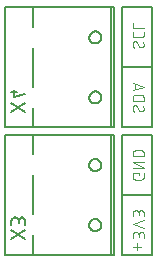
<source format=gbr>
G04 EAGLE Gerber RS-274X export*
G75*
%MOMM*%
%FSLAX34Y34*%
%LPD*%
%INSilkscreen Bottom*%
%IPPOS*%
%AMOC8*
5,1,8,0,0,1.08239X$1,22.5*%
G01*
%ADD10C,0.152400*%
%ADD11C,0.076200*%
%ADD12C,0.127000*%


D10*
X120650Y254000D02*
X146050Y254000D01*
X146050Y203200D01*
X146050Y152400D01*
X120650Y152400D01*
X120650Y203200D01*
X120650Y254000D01*
X120650Y146050D02*
X146050Y146050D01*
X146050Y95250D01*
X146050Y44450D01*
X120650Y44450D01*
X120650Y95250D01*
X120650Y146050D01*
X120650Y95250D02*
X146050Y95250D01*
X146050Y203200D02*
X120650Y203200D01*
D11*
X129921Y223093D02*
X129923Y223182D01*
X129929Y223270D01*
X129938Y223358D01*
X129951Y223446D01*
X129968Y223533D01*
X129988Y223619D01*
X130013Y223704D01*
X130040Y223789D01*
X130072Y223872D01*
X130106Y223953D01*
X130145Y224033D01*
X130186Y224111D01*
X130231Y224188D01*
X130279Y224262D01*
X130330Y224335D01*
X130384Y224405D01*
X130442Y224472D01*
X130502Y224538D01*
X130564Y224600D01*
X130630Y224660D01*
X130697Y224718D01*
X130767Y224772D01*
X130840Y224823D01*
X130914Y224871D01*
X130991Y224916D01*
X131069Y224957D01*
X131149Y224996D01*
X131230Y225030D01*
X131313Y225062D01*
X131398Y225089D01*
X131483Y225114D01*
X131569Y225134D01*
X131656Y225151D01*
X131744Y225164D01*
X131832Y225173D01*
X131920Y225179D01*
X132009Y225181D01*
X129921Y223093D02*
X129923Y222964D01*
X129929Y222835D01*
X129938Y222706D01*
X129951Y222578D01*
X129968Y222450D01*
X129989Y222323D01*
X130013Y222196D01*
X130041Y222070D01*
X130073Y221945D01*
X130108Y221821D01*
X130147Y221698D01*
X130190Y221576D01*
X130236Y221456D01*
X130286Y221337D01*
X130339Y221219D01*
X130395Y221103D01*
X130455Y220989D01*
X130518Y220876D01*
X130585Y220766D01*
X130654Y220657D01*
X130727Y220551D01*
X130803Y220446D01*
X130882Y220344D01*
X130964Y220245D01*
X131048Y220147D01*
X131136Y220052D01*
X131226Y219960D01*
X137231Y220222D02*
X137320Y220224D01*
X137408Y220230D01*
X137496Y220239D01*
X137584Y220252D01*
X137671Y220269D01*
X137757Y220289D01*
X137842Y220314D01*
X137927Y220341D01*
X138010Y220373D01*
X138091Y220407D01*
X138171Y220446D01*
X138249Y220487D01*
X138326Y220532D01*
X138400Y220580D01*
X138473Y220631D01*
X138543Y220685D01*
X138610Y220743D01*
X138676Y220803D01*
X138738Y220865D01*
X138798Y220931D01*
X138856Y220998D01*
X138910Y221068D01*
X138961Y221141D01*
X139009Y221215D01*
X139054Y221292D01*
X139095Y221370D01*
X139134Y221450D01*
X139168Y221531D01*
X139200Y221614D01*
X139227Y221699D01*
X139252Y221784D01*
X139272Y221870D01*
X139289Y221957D01*
X139302Y222045D01*
X139311Y222133D01*
X139317Y222221D01*
X139319Y222310D01*
X139317Y222430D01*
X139312Y222550D01*
X139302Y222670D01*
X139290Y222789D01*
X139273Y222908D01*
X139253Y223026D01*
X139229Y223144D01*
X139202Y223260D01*
X139171Y223376D01*
X139137Y223491D01*
X139099Y223605D01*
X139057Y223718D01*
X139012Y223829D01*
X138964Y223939D01*
X138913Y224047D01*
X138858Y224154D01*
X138800Y224259D01*
X138738Y224362D01*
X138674Y224463D01*
X138606Y224563D01*
X138536Y224660D01*
X135404Y221266D02*
X135452Y221188D01*
X135504Y221112D01*
X135558Y221039D01*
X135616Y220968D01*
X135677Y220899D01*
X135741Y220833D01*
X135808Y220770D01*
X135877Y220710D01*
X135949Y220653D01*
X136023Y220599D01*
X136100Y220549D01*
X136179Y220501D01*
X136259Y220458D01*
X136342Y220417D01*
X136426Y220381D01*
X136511Y220348D01*
X136598Y220319D01*
X136687Y220293D01*
X136776Y220271D01*
X136866Y220254D01*
X136956Y220240D01*
X137048Y220230D01*
X137139Y220224D01*
X137231Y220222D01*
X133836Y224138D02*
X133788Y224216D01*
X133736Y224292D01*
X133682Y224365D01*
X133624Y224436D01*
X133563Y224505D01*
X133499Y224571D01*
X133432Y224634D01*
X133363Y224694D01*
X133291Y224751D01*
X133217Y224805D01*
X133140Y224855D01*
X133061Y224903D01*
X132981Y224946D01*
X132898Y224987D01*
X132814Y225023D01*
X132729Y225056D01*
X132642Y225085D01*
X132553Y225111D01*
X132464Y225133D01*
X132374Y225150D01*
X132284Y225164D01*
X132192Y225174D01*
X132101Y225180D01*
X132009Y225182D01*
X133837Y224138D02*
X135403Y221266D01*
X129921Y230863D02*
X129921Y232951D01*
X129921Y230863D02*
X129923Y230774D01*
X129929Y230686D01*
X129938Y230598D01*
X129951Y230510D01*
X129968Y230423D01*
X129988Y230337D01*
X130013Y230252D01*
X130040Y230167D01*
X130072Y230084D01*
X130106Y230003D01*
X130145Y229923D01*
X130186Y229845D01*
X130231Y229768D01*
X130279Y229694D01*
X130330Y229621D01*
X130384Y229551D01*
X130442Y229484D01*
X130502Y229418D01*
X130564Y229356D01*
X130630Y229296D01*
X130697Y229238D01*
X130767Y229184D01*
X130840Y229133D01*
X130914Y229085D01*
X130991Y229040D01*
X131069Y228999D01*
X131149Y228960D01*
X131230Y228926D01*
X131313Y228894D01*
X131398Y228867D01*
X131483Y228842D01*
X131569Y228822D01*
X131656Y228805D01*
X131744Y228792D01*
X131832Y228783D01*
X131920Y228777D01*
X132009Y228775D01*
X132009Y228774D02*
X137231Y228774D01*
X137231Y228775D02*
X137322Y228777D01*
X137413Y228783D01*
X137504Y228793D01*
X137594Y228807D01*
X137683Y228824D01*
X137771Y228846D01*
X137859Y228872D01*
X137945Y228901D01*
X138030Y228934D01*
X138113Y228971D01*
X138195Y229011D01*
X138275Y229055D01*
X138353Y229102D01*
X138429Y229153D01*
X138502Y229206D01*
X138573Y229263D01*
X138642Y229324D01*
X138707Y229387D01*
X138770Y229452D01*
X138830Y229521D01*
X138888Y229592D01*
X138941Y229665D01*
X138992Y229741D01*
X139039Y229819D01*
X139083Y229899D01*
X139123Y229981D01*
X139160Y230064D01*
X139193Y230149D01*
X139222Y230235D01*
X139248Y230323D01*
X139270Y230411D01*
X139287Y230500D01*
X139301Y230590D01*
X139311Y230681D01*
X139317Y230772D01*
X139319Y230863D01*
X139319Y232951D01*
X139319Y236742D02*
X129921Y236742D01*
X129921Y240919D01*
X132009Y171004D02*
X131920Y171002D01*
X131832Y170996D01*
X131744Y170987D01*
X131656Y170974D01*
X131569Y170957D01*
X131483Y170937D01*
X131398Y170912D01*
X131313Y170885D01*
X131230Y170853D01*
X131149Y170819D01*
X131069Y170780D01*
X130991Y170739D01*
X130914Y170694D01*
X130840Y170646D01*
X130767Y170595D01*
X130697Y170541D01*
X130630Y170483D01*
X130564Y170423D01*
X130502Y170361D01*
X130442Y170295D01*
X130384Y170228D01*
X130330Y170158D01*
X130279Y170085D01*
X130231Y170011D01*
X130186Y169934D01*
X130145Y169856D01*
X130106Y169776D01*
X130072Y169695D01*
X130040Y169612D01*
X130013Y169527D01*
X129988Y169442D01*
X129968Y169356D01*
X129951Y169269D01*
X129938Y169181D01*
X129929Y169093D01*
X129923Y169005D01*
X129921Y168916D01*
X129923Y168787D01*
X129929Y168658D01*
X129938Y168529D01*
X129951Y168401D01*
X129968Y168273D01*
X129989Y168146D01*
X130013Y168019D01*
X130041Y167893D01*
X130073Y167768D01*
X130108Y167644D01*
X130147Y167521D01*
X130190Y167399D01*
X130236Y167279D01*
X130286Y167160D01*
X130339Y167042D01*
X130395Y166926D01*
X130455Y166812D01*
X130518Y166699D01*
X130585Y166589D01*
X130654Y166480D01*
X130727Y166374D01*
X130803Y166269D01*
X130882Y166167D01*
X130964Y166068D01*
X131048Y165970D01*
X131136Y165875D01*
X131226Y165783D01*
X137231Y166045D02*
X137320Y166047D01*
X137408Y166053D01*
X137496Y166062D01*
X137584Y166075D01*
X137671Y166092D01*
X137757Y166112D01*
X137842Y166137D01*
X137927Y166164D01*
X138010Y166196D01*
X138091Y166230D01*
X138171Y166269D01*
X138249Y166310D01*
X138326Y166355D01*
X138400Y166403D01*
X138473Y166454D01*
X138543Y166508D01*
X138610Y166566D01*
X138676Y166626D01*
X138738Y166688D01*
X138798Y166754D01*
X138856Y166821D01*
X138910Y166891D01*
X138961Y166964D01*
X139009Y167038D01*
X139054Y167115D01*
X139095Y167193D01*
X139134Y167273D01*
X139168Y167354D01*
X139200Y167437D01*
X139227Y167522D01*
X139252Y167607D01*
X139272Y167693D01*
X139289Y167780D01*
X139302Y167868D01*
X139311Y167956D01*
X139317Y168044D01*
X139319Y168133D01*
X139317Y168253D01*
X139312Y168373D01*
X139302Y168493D01*
X139290Y168612D01*
X139273Y168731D01*
X139253Y168849D01*
X139229Y168967D01*
X139202Y169083D01*
X139171Y169199D01*
X139137Y169314D01*
X139099Y169428D01*
X139057Y169541D01*
X139012Y169652D01*
X138964Y169762D01*
X138913Y169870D01*
X138858Y169977D01*
X138800Y170082D01*
X138738Y170185D01*
X138674Y170286D01*
X138606Y170386D01*
X138536Y170483D01*
X135404Y167088D02*
X135452Y167010D01*
X135504Y166934D01*
X135558Y166861D01*
X135616Y166790D01*
X135677Y166721D01*
X135741Y166655D01*
X135808Y166592D01*
X135877Y166532D01*
X135949Y166475D01*
X136023Y166421D01*
X136100Y166371D01*
X136179Y166323D01*
X136259Y166280D01*
X136342Y166239D01*
X136426Y166203D01*
X136511Y166170D01*
X136598Y166141D01*
X136687Y166115D01*
X136776Y166093D01*
X136866Y166076D01*
X136956Y166062D01*
X137048Y166052D01*
X137139Y166046D01*
X137231Y166044D01*
X133836Y169960D02*
X133788Y170038D01*
X133736Y170114D01*
X133682Y170187D01*
X133624Y170258D01*
X133563Y170327D01*
X133499Y170393D01*
X133432Y170456D01*
X133363Y170516D01*
X133291Y170573D01*
X133217Y170627D01*
X133140Y170677D01*
X133061Y170725D01*
X132981Y170768D01*
X132898Y170809D01*
X132814Y170845D01*
X132729Y170878D01*
X132642Y170907D01*
X132553Y170933D01*
X132464Y170955D01*
X132374Y170972D01*
X132284Y170986D01*
X132192Y170996D01*
X132101Y171002D01*
X132009Y171004D01*
X133837Y169960D02*
X135403Y167088D01*
X139319Y174927D02*
X129921Y174927D01*
X139319Y174927D02*
X139319Y177538D01*
X139317Y177638D01*
X139311Y177738D01*
X139302Y177837D01*
X139288Y177937D01*
X139271Y178035D01*
X139250Y178133D01*
X139226Y178230D01*
X139197Y178326D01*
X139165Y178421D01*
X139130Y178514D01*
X139091Y178606D01*
X139048Y178697D01*
X139002Y178785D01*
X138952Y178872D01*
X138900Y178957D01*
X138844Y179040D01*
X138785Y179121D01*
X138722Y179199D01*
X138657Y179275D01*
X138589Y179349D01*
X138519Y179419D01*
X138445Y179487D01*
X138369Y179552D01*
X138291Y179615D01*
X138210Y179674D01*
X138127Y179730D01*
X138042Y179782D01*
X137955Y179832D01*
X137867Y179878D01*
X137776Y179921D01*
X137684Y179960D01*
X137591Y179995D01*
X137496Y180027D01*
X137400Y180056D01*
X137303Y180080D01*
X137205Y180101D01*
X137107Y180118D01*
X137007Y180132D01*
X136908Y180141D01*
X136808Y180147D01*
X136708Y180149D01*
X136708Y180148D02*
X132532Y180148D01*
X132532Y180149D02*
X132432Y180147D01*
X132332Y180141D01*
X132233Y180132D01*
X132133Y180118D01*
X132035Y180101D01*
X131937Y180080D01*
X131840Y180056D01*
X131744Y180027D01*
X131649Y179995D01*
X131556Y179960D01*
X131464Y179921D01*
X131373Y179878D01*
X131285Y179832D01*
X131198Y179782D01*
X131113Y179730D01*
X131030Y179674D01*
X130949Y179615D01*
X130871Y179552D01*
X130795Y179487D01*
X130721Y179419D01*
X130651Y179349D01*
X130583Y179275D01*
X130518Y179199D01*
X130455Y179121D01*
X130396Y179040D01*
X130340Y178957D01*
X130288Y178872D01*
X130238Y178785D01*
X130192Y178697D01*
X130149Y178606D01*
X130110Y178514D01*
X130075Y178421D01*
X130043Y178326D01*
X130014Y178230D01*
X129990Y178133D01*
X129969Y178035D01*
X129952Y177937D01*
X129938Y177837D01*
X129929Y177738D01*
X129923Y177638D01*
X129921Y177538D01*
X129921Y174927D01*
X129921Y183854D02*
X139319Y186986D01*
X129921Y190119D01*
X132271Y189336D02*
X132271Y184637D01*
X135142Y113462D02*
X135142Y111895D01*
X135142Y113462D02*
X129921Y113462D01*
X129921Y110329D01*
X129923Y110240D01*
X129929Y110152D01*
X129938Y110064D01*
X129951Y109976D01*
X129968Y109889D01*
X129988Y109803D01*
X130013Y109718D01*
X130040Y109633D01*
X130072Y109550D01*
X130106Y109469D01*
X130145Y109389D01*
X130186Y109311D01*
X130231Y109234D01*
X130279Y109160D01*
X130330Y109087D01*
X130384Y109017D01*
X130442Y108950D01*
X130502Y108884D01*
X130564Y108822D01*
X130630Y108762D01*
X130697Y108704D01*
X130767Y108650D01*
X130840Y108599D01*
X130914Y108551D01*
X130991Y108506D01*
X131069Y108465D01*
X131149Y108426D01*
X131230Y108392D01*
X131313Y108360D01*
X131398Y108333D01*
X131483Y108308D01*
X131569Y108288D01*
X131656Y108271D01*
X131744Y108258D01*
X131832Y108249D01*
X131920Y108243D01*
X132009Y108241D01*
X137231Y108241D01*
X137322Y108243D01*
X137413Y108249D01*
X137504Y108259D01*
X137594Y108273D01*
X137683Y108290D01*
X137771Y108312D01*
X137859Y108338D01*
X137945Y108367D01*
X138030Y108400D01*
X138113Y108437D01*
X138195Y108477D01*
X138275Y108521D01*
X138353Y108568D01*
X138429Y108619D01*
X138502Y108672D01*
X138573Y108729D01*
X138642Y108790D01*
X138707Y108853D01*
X138770Y108918D01*
X138830Y108987D01*
X138888Y109058D01*
X138941Y109131D01*
X138992Y109207D01*
X139039Y109285D01*
X139083Y109365D01*
X139123Y109447D01*
X139160Y109530D01*
X139193Y109615D01*
X139222Y109701D01*
X139248Y109789D01*
X139270Y109877D01*
X139287Y109966D01*
X139301Y110056D01*
X139311Y110147D01*
X139317Y110238D01*
X139319Y110329D01*
X139319Y113462D01*
X139319Y117994D02*
X129921Y117994D01*
X129921Y123215D02*
X139319Y117994D01*
X139319Y123215D02*
X129921Y123215D01*
X129921Y127748D02*
X139319Y127748D01*
X139319Y130358D01*
X139317Y130458D01*
X139311Y130558D01*
X139302Y130657D01*
X139288Y130757D01*
X139271Y130855D01*
X139250Y130953D01*
X139226Y131050D01*
X139197Y131146D01*
X139165Y131241D01*
X139130Y131334D01*
X139091Y131426D01*
X139048Y131517D01*
X139002Y131605D01*
X138952Y131692D01*
X138900Y131777D01*
X138844Y131860D01*
X138785Y131941D01*
X138722Y132019D01*
X138657Y132095D01*
X138589Y132169D01*
X138519Y132239D01*
X138445Y132307D01*
X138369Y132372D01*
X138291Y132435D01*
X138210Y132494D01*
X138127Y132550D01*
X138042Y132602D01*
X137955Y132652D01*
X137867Y132698D01*
X137776Y132741D01*
X137684Y132780D01*
X137591Y132815D01*
X137496Y132847D01*
X137400Y132876D01*
X137303Y132900D01*
X137205Y132921D01*
X137107Y132938D01*
X137007Y132952D01*
X136908Y132961D01*
X136808Y132967D01*
X136708Y132969D01*
X132532Y132969D01*
X132432Y132967D01*
X132332Y132961D01*
X132233Y132952D01*
X132133Y132938D01*
X132035Y132921D01*
X131937Y132900D01*
X131840Y132876D01*
X131744Y132847D01*
X131649Y132815D01*
X131556Y132780D01*
X131464Y132741D01*
X131373Y132698D01*
X131285Y132652D01*
X131198Y132602D01*
X131113Y132550D01*
X131030Y132494D01*
X130949Y132435D01*
X130871Y132372D01*
X130795Y132307D01*
X130721Y132239D01*
X130651Y132169D01*
X130583Y132095D01*
X130518Y132019D01*
X130455Y131941D01*
X130396Y131860D01*
X130340Y131777D01*
X130288Y131692D01*
X130238Y131605D01*
X130192Y131517D01*
X130149Y131426D01*
X130110Y131334D01*
X130075Y131241D01*
X130043Y131146D01*
X130014Y131050D01*
X129990Y130953D01*
X129969Y130855D01*
X129952Y130757D01*
X129938Y130657D01*
X129929Y130558D01*
X129923Y130458D01*
X129921Y130358D01*
X129921Y127748D01*
X133576Y54650D02*
X133576Y48384D01*
X130443Y51517D02*
X136708Y51517D01*
X129921Y58660D02*
X129921Y61271D01*
X129923Y61372D01*
X129929Y61473D01*
X129939Y61574D01*
X129952Y61674D01*
X129970Y61774D01*
X129991Y61873D01*
X130017Y61971D01*
X130046Y62068D01*
X130078Y62164D01*
X130115Y62258D01*
X130155Y62351D01*
X130199Y62443D01*
X130246Y62532D01*
X130297Y62620D01*
X130351Y62706D01*
X130408Y62789D01*
X130468Y62871D01*
X130532Y62949D01*
X130598Y63026D01*
X130668Y63099D01*
X130740Y63170D01*
X130815Y63238D01*
X130893Y63303D01*
X130973Y63365D01*
X131055Y63424D01*
X131140Y63480D01*
X131227Y63532D01*
X131315Y63581D01*
X131406Y63627D01*
X131498Y63668D01*
X131592Y63707D01*
X131687Y63741D01*
X131783Y63772D01*
X131881Y63799D01*
X131979Y63823D01*
X132079Y63842D01*
X132179Y63858D01*
X132279Y63870D01*
X132380Y63878D01*
X132481Y63882D01*
X132583Y63882D01*
X132684Y63878D01*
X132785Y63870D01*
X132885Y63858D01*
X132985Y63842D01*
X133085Y63823D01*
X133183Y63799D01*
X133281Y63772D01*
X133377Y63741D01*
X133472Y63707D01*
X133566Y63668D01*
X133658Y63627D01*
X133749Y63581D01*
X133838Y63532D01*
X133924Y63480D01*
X134009Y63424D01*
X134091Y63365D01*
X134171Y63303D01*
X134249Y63238D01*
X134324Y63170D01*
X134396Y63099D01*
X134466Y63026D01*
X134532Y62949D01*
X134596Y62871D01*
X134656Y62789D01*
X134713Y62706D01*
X134767Y62620D01*
X134818Y62532D01*
X134865Y62443D01*
X134909Y62351D01*
X134949Y62258D01*
X134986Y62164D01*
X135018Y62068D01*
X135047Y61971D01*
X135073Y61873D01*
X135094Y61774D01*
X135112Y61674D01*
X135125Y61574D01*
X135135Y61473D01*
X135141Y61372D01*
X135143Y61271D01*
X139319Y61793D02*
X139319Y58660D01*
X139319Y61793D02*
X139317Y61883D01*
X139311Y61972D01*
X139302Y62062D01*
X139288Y62151D01*
X139271Y62239D01*
X139250Y62326D01*
X139225Y62413D01*
X139196Y62498D01*
X139164Y62582D01*
X139129Y62664D01*
X139089Y62745D01*
X139047Y62824D01*
X139001Y62901D01*
X138951Y62976D01*
X138899Y63049D01*
X138843Y63120D01*
X138785Y63188D01*
X138723Y63253D01*
X138659Y63316D01*
X138592Y63376D01*
X138523Y63433D01*
X138451Y63487D01*
X138377Y63538D01*
X138301Y63586D01*
X138223Y63630D01*
X138143Y63671D01*
X138061Y63709D01*
X137978Y63743D01*
X137893Y63773D01*
X137807Y63800D01*
X137721Y63823D01*
X137633Y63842D01*
X137544Y63857D01*
X137455Y63869D01*
X137366Y63877D01*
X137276Y63881D01*
X137186Y63881D01*
X137096Y63877D01*
X137007Y63869D01*
X136918Y63857D01*
X136829Y63842D01*
X136741Y63823D01*
X136655Y63800D01*
X136569Y63773D01*
X136484Y63743D01*
X136401Y63709D01*
X136319Y63671D01*
X136239Y63630D01*
X136161Y63586D01*
X136085Y63538D01*
X136011Y63487D01*
X135939Y63433D01*
X135870Y63376D01*
X135803Y63316D01*
X135739Y63253D01*
X135677Y63188D01*
X135619Y63120D01*
X135563Y63049D01*
X135511Y62976D01*
X135461Y62901D01*
X135415Y62824D01*
X135373Y62745D01*
X135333Y62664D01*
X135298Y62582D01*
X135266Y62498D01*
X135237Y62413D01*
X135212Y62326D01*
X135191Y62239D01*
X135174Y62151D01*
X135160Y62062D01*
X135151Y61972D01*
X135145Y61883D01*
X135143Y61793D01*
X135142Y61793D02*
X135142Y59704D01*
X139319Y67282D02*
X129921Y70415D01*
X139319Y73547D01*
X129921Y76948D02*
X129921Y79558D01*
X129923Y79659D01*
X129929Y79760D01*
X129939Y79861D01*
X129952Y79961D01*
X129970Y80061D01*
X129991Y80160D01*
X130017Y80258D01*
X130046Y80355D01*
X130078Y80451D01*
X130115Y80545D01*
X130155Y80638D01*
X130199Y80730D01*
X130246Y80819D01*
X130297Y80907D01*
X130351Y80993D01*
X130408Y81076D01*
X130468Y81158D01*
X130532Y81236D01*
X130598Y81313D01*
X130668Y81386D01*
X130740Y81457D01*
X130815Y81525D01*
X130893Y81590D01*
X130973Y81652D01*
X131055Y81711D01*
X131140Y81767D01*
X131227Y81819D01*
X131315Y81868D01*
X131406Y81914D01*
X131498Y81955D01*
X131592Y81994D01*
X131687Y82028D01*
X131783Y82059D01*
X131881Y82086D01*
X131979Y82110D01*
X132079Y82129D01*
X132179Y82145D01*
X132279Y82157D01*
X132380Y82165D01*
X132481Y82169D01*
X132583Y82169D01*
X132684Y82165D01*
X132785Y82157D01*
X132885Y82145D01*
X132985Y82129D01*
X133085Y82110D01*
X133183Y82086D01*
X133281Y82059D01*
X133377Y82028D01*
X133472Y81994D01*
X133566Y81955D01*
X133658Y81914D01*
X133749Y81868D01*
X133838Y81819D01*
X133924Y81767D01*
X134009Y81711D01*
X134091Y81652D01*
X134171Y81590D01*
X134249Y81525D01*
X134324Y81457D01*
X134396Y81386D01*
X134466Y81313D01*
X134532Y81236D01*
X134596Y81158D01*
X134656Y81076D01*
X134713Y80993D01*
X134767Y80907D01*
X134818Y80819D01*
X134865Y80730D01*
X134909Y80638D01*
X134949Y80545D01*
X134986Y80451D01*
X135018Y80355D01*
X135047Y80258D01*
X135073Y80160D01*
X135094Y80061D01*
X135112Y79961D01*
X135125Y79861D01*
X135135Y79760D01*
X135141Y79659D01*
X135143Y79558D01*
X139319Y80081D02*
X139319Y76948D01*
X139319Y80081D02*
X139317Y80171D01*
X139311Y80260D01*
X139302Y80350D01*
X139288Y80439D01*
X139271Y80527D01*
X139250Y80614D01*
X139225Y80701D01*
X139196Y80786D01*
X139164Y80870D01*
X139129Y80952D01*
X139089Y81033D01*
X139047Y81112D01*
X139001Y81189D01*
X138951Y81264D01*
X138899Y81337D01*
X138843Y81408D01*
X138785Y81476D01*
X138723Y81541D01*
X138659Y81604D01*
X138592Y81664D01*
X138523Y81721D01*
X138451Y81775D01*
X138377Y81826D01*
X138301Y81874D01*
X138223Y81918D01*
X138143Y81959D01*
X138061Y81997D01*
X137978Y82031D01*
X137893Y82061D01*
X137807Y82088D01*
X137721Y82111D01*
X137633Y82130D01*
X137544Y82145D01*
X137455Y82157D01*
X137366Y82165D01*
X137276Y82169D01*
X137186Y82169D01*
X137096Y82165D01*
X137007Y82157D01*
X136918Y82145D01*
X136829Y82130D01*
X136741Y82111D01*
X136655Y82088D01*
X136569Y82061D01*
X136484Y82031D01*
X136401Y81997D01*
X136319Y81959D01*
X136239Y81918D01*
X136161Y81874D01*
X136085Y81826D01*
X136011Y81775D01*
X135939Y81721D01*
X135870Y81664D01*
X135803Y81604D01*
X135739Y81541D01*
X135677Y81476D01*
X135619Y81408D01*
X135563Y81337D01*
X135511Y81264D01*
X135461Y81189D01*
X135415Y81112D01*
X135373Y81033D01*
X135333Y80952D01*
X135298Y80870D01*
X135266Y80786D01*
X135237Y80701D01*
X135212Y80614D01*
X135191Y80527D01*
X135174Y80439D01*
X135160Y80350D01*
X135151Y80260D01*
X135145Y80171D01*
X135143Y80081D01*
X135142Y80081D02*
X135142Y77992D01*
D10*
X111760Y44450D02*
X111760Y146050D01*
X45720Y146050D02*
X21590Y146050D01*
X21590Y44450D01*
X45720Y44450D02*
X111760Y44450D01*
X45720Y44450D02*
X45720Y60960D01*
X45720Y78740D02*
X45720Y111760D01*
X45720Y129540D02*
X45720Y146050D01*
X45720Y44450D02*
X21590Y44450D01*
X45720Y146050D02*
X111760Y146050D01*
X111760Y44450D02*
X114300Y44450D01*
X114300Y146050D01*
X111760Y146050D01*
X93218Y69850D02*
X93220Y69992D01*
X93226Y70135D01*
X93236Y70277D01*
X93250Y70419D01*
X93268Y70560D01*
X93290Y70701D01*
X93316Y70841D01*
X93345Y70980D01*
X93379Y71119D01*
X93417Y71256D01*
X93458Y71393D01*
X93503Y71528D01*
X93552Y71662D01*
X93605Y71794D01*
X93661Y71925D01*
X93721Y72054D01*
X93785Y72182D01*
X93852Y72307D01*
X93923Y72431D01*
X93997Y72553D01*
X94074Y72672D01*
X94155Y72790D01*
X94239Y72905D01*
X94326Y73017D01*
X94417Y73127D01*
X94510Y73235D01*
X94607Y73340D01*
X94706Y73442D01*
X94808Y73541D01*
X94913Y73638D01*
X95021Y73731D01*
X95131Y73822D01*
X95243Y73909D01*
X95358Y73993D01*
X95476Y74074D01*
X95595Y74151D01*
X95717Y74225D01*
X95841Y74296D01*
X95966Y74363D01*
X96094Y74427D01*
X96223Y74487D01*
X96354Y74543D01*
X96486Y74596D01*
X96620Y74645D01*
X96755Y74690D01*
X96892Y74731D01*
X97029Y74769D01*
X97168Y74803D01*
X97307Y74832D01*
X97447Y74858D01*
X97588Y74880D01*
X97729Y74898D01*
X97871Y74912D01*
X98013Y74922D01*
X98156Y74928D01*
X98298Y74930D01*
X98440Y74928D01*
X98583Y74922D01*
X98725Y74912D01*
X98867Y74898D01*
X99008Y74880D01*
X99149Y74858D01*
X99289Y74832D01*
X99428Y74803D01*
X99567Y74769D01*
X99704Y74731D01*
X99841Y74690D01*
X99976Y74645D01*
X100110Y74596D01*
X100242Y74543D01*
X100373Y74487D01*
X100502Y74427D01*
X100630Y74363D01*
X100755Y74296D01*
X100879Y74225D01*
X101001Y74151D01*
X101120Y74074D01*
X101238Y73993D01*
X101353Y73909D01*
X101465Y73822D01*
X101575Y73731D01*
X101683Y73638D01*
X101788Y73541D01*
X101890Y73442D01*
X101989Y73340D01*
X102086Y73235D01*
X102179Y73127D01*
X102270Y73017D01*
X102357Y72905D01*
X102441Y72790D01*
X102522Y72672D01*
X102599Y72553D01*
X102673Y72431D01*
X102744Y72307D01*
X102811Y72182D01*
X102875Y72054D01*
X102935Y71925D01*
X102991Y71794D01*
X103044Y71662D01*
X103093Y71528D01*
X103138Y71393D01*
X103179Y71256D01*
X103217Y71119D01*
X103251Y70980D01*
X103280Y70841D01*
X103306Y70701D01*
X103328Y70560D01*
X103346Y70419D01*
X103360Y70277D01*
X103370Y70135D01*
X103376Y69992D01*
X103378Y69850D01*
X103376Y69708D01*
X103370Y69565D01*
X103360Y69423D01*
X103346Y69281D01*
X103328Y69140D01*
X103306Y68999D01*
X103280Y68859D01*
X103251Y68720D01*
X103217Y68581D01*
X103179Y68444D01*
X103138Y68307D01*
X103093Y68172D01*
X103044Y68038D01*
X102991Y67906D01*
X102935Y67775D01*
X102875Y67646D01*
X102811Y67518D01*
X102744Y67393D01*
X102673Y67269D01*
X102599Y67147D01*
X102522Y67028D01*
X102441Y66910D01*
X102357Y66795D01*
X102270Y66683D01*
X102179Y66573D01*
X102086Y66465D01*
X101989Y66360D01*
X101890Y66258D01*
X101788Y66159D01*
X101683Y66062D01*
X101575Y65969D01*
X101465Y65878D01*
X101353Y65791D01*
X101238Y65707D01*
X101120Y65626D01*
X101001Y65549D01*
X100879Y65475D01*
X100755Y65404D01*
X100630Y65337D01*
X100502Y65273D01*
X100373Y65213D01*
X100242Y65157D01*
X100110Y65104D01*
X99976Y65055D01*
X99841Y65010D01*
X99704Y64969D01*
X99567Y64931D01*
X99428Y64897D01*
X99289Y64868D01*
X99149Y64842D01*
X99008Y64820D01*
X98867Y64802D01*
X98725Y64788D01*
X98583Y64778D01*
X98440Y64772D01*
X98298Y64770D01*
X98156Y64772D01*
X98013Y64778D01*
X97871Y64788D01*
X97729Y64802D01*
X97588Y64820D01*
X97447Y64842D01*
X97307Y64868D01*
X97168Y64897D01*
X97029Y64931D01*
X96892Y64969D01*
X96755Y65010D01*
X96620Y65055D01*
X96486Y65104D01*
X96354Y65157D01*
X96223Y65213D01*
X96094Y65273D01*
X95966Y65337D01*
X95841Y65404D01*
X95717Y65475D01*
X95595Y65549D01*
X95476Y65626D01*
X95358Y65707D01*
X95243Y65791D01*
X95131Y65878D01*
X95021Y65969D01*
X94913Y66062D01*
X94808Y66159D01*
X94706Y66258D01*
X94607Y66360D01*
X94510Y66465D01*
X94417Y66573D01*
X94326Y66683D01*
X94239Y66795D01*
X94155Y66910D01*
X94074Y67028D01*
X93997Y67147D01*
X93923Y67269D01*
X93852Y67393D01*
X93785Y67518D01*
X93721Y67646D01*
X93661Y67775D01*
X93605Y67906D01*
X93552Y68038D01*
X93503Y68172D01*
X93458Y68307D01*
X93417Y68444D01*
X93379Y68581D01*
X93345Y68720D01*
X93316Y68859D01*
X93290Y68999D01*
X93268Y69140D01*
X93250Y69281D01*
X93236Y69423D01*
X93226Y69565D01*
X93220Y69708D01*
X93218Y69850D01*
X93218Y120650D02*
X93220Y120792D01*
X93226Y120935D01*
X93236Y121077D01*
X93250Y121219D01*
X93268Y121360D01*
X93290Y121501D01*
X93316Y121641D01*
X93345Y121780D01*
X93379Y121919D01*
X93417Y122056D01*
X93458Y122193D01*
X93503Y122328D01*
X93552Y122462D01*
X93605Y122594D01*
X93661Y122725D01*
X93721Y122854D01*
X93785Y122982D01*
X93852Y123107D01*
X93923Y123231D01*
X93997Y123353D01*
X94074Y123472D01*
X94155Y123590D01*
X94239Y123705D01*
X94326Y123817D01*
X94417Y123927D01*
X94510Y124035D01*
X94607Y124140D01*
X94706Y124242D01*
X94808Y124341D01*
X94913Y124438D01*
X95021Y124531D01*
X95131Y124622D01*
X95243Y124709D01*
X95358Y124793D01*
X95476Y124874D01*
X95595Y124951D01*
X95717Y125025D01*
X95841Y125096D01*
X95966Y125163D01*
X96094Y125227D01*
X96223Y125287D01*
X96354Y125343D01*
X96486Y125396D01*
X96620Y125445D01*
X96755Y125490D01*
X96892Y125531D01*
X97029Y125569D01*
X97168Y125603D01*
X97307Y125632D01*
X97447Y125658D01*
X97588Y125680D01*
X97729Y125698D01*
X97871Y125712D01*
X98013Y125722D01*
X98156Y125728D01*
X98298Y125730D01*
X98440Y125728D01*
X98583Y125722D01*
X98725Y125712D01*
X98867Y125698D01*
X99008Y125680D01*
X99149Y125658D01*
X99289Y125632D01*
X99428Y125603D01*
X99567Y125569D01*
X99704Y125531D01*
X99841Y125490D01*
X99976Y125445D01*
X100110Y125396D01*
X100242Y125343D01*
X100373Y125287D01*
X100502Y125227D01*
X100630Y125163D01*
X100755Y125096D01*
X100879Y125025D01*
X101001Y124951D01*
X101120Y124874D01*
X101238Y124793D01*
X101353Y124709D01*
X101465Y124622D01*
X101575Y124531D01*
X101683Y124438D01*
X101788Y124341D01*
X101890Y124242D01*
X101989Y124140D01*
X102086Y124035D01*
X102179Y123927D01*
X102270Y123817D01*
X102357Y123705D01*
X102441Y123590D01*
X102522Y123472D01*
X102599Y123353D01*
X102673Y123231D01*
X102744Y123107D01*
X102811Y122982D01*
X102875Y122854D01*
X102935Y122725D01*
X102991Y122594D01*
X103044Y122462D01*
X103093Y122328D01*
X103138Y122193D01*
X103179Y122056D01*
X103217Y121919D01*
X103251Y121780D01*
X103280Y121641D01*
X103306Y121501D01*
X103328Y121360D01*
X103346Y121219D01*
X103360Y121077D01*
X103370Y120935D01*
X103376Y120792D01*
X103378Y120650D01*
X103376Y120508D01*
X103370Y120365D01*
X103360Y120223D01*
X103346Y120081D01*
X103328Y119940D01*
X103306Y119799D01*
X103280Y119659D01*
X103251Y119520D01*
X103217Y119381D01*
X103179Y119244D01*
X103138Y119107D01*
X103093Y118972D01*
X103044Y118838D01*
X102991Y118706D01*
X102935Y118575D01*
X102875Y118446D01*
X102811Y118318D01*
X102744Y118193D01*
X102673Y118069D01*
X102599Y117947D01*
X102522Y117828D01*
X102441Y117710D01*
X102357Y117595D01*
X102270Y117483D01*
X102179Y117373D01*
X102086Y117265D01*
X101989Y117160D01*
X101890Y117058D01*
X101788Y116959D01*
X101683Y116862D01*
X101575Y116769D01*
X101465Y116678D01*
X101353Y116591D01*
X101238Y116507D01*
X101120Y116426D01*
X101001Y116349D01*
X100879Y116275D01*
X100755Y116204D01*
X100630Y116137D01*
X100502Y116073D01*
X100373Y116013D01*
X100242Y115957D01*
X100110Y115904D01*
X99976Y115855D01*
X99841Y115810D01*
X99704Y115769D01*
X99567Y115731D01*
X99428Y115697D01*
X99289Y115668D01*
X99149Y115642D01*
X99008Y115620D01*
X98867Y115602D01*
X98725Y115588D01*
X98583Y115578D01*
X98440Y115572D01*
X98298Y115570D01*
X98156Y115572D01*
X98013Y115578D01*
X97871Y115588D01*
X97729Y115602D01*
X97588Y115620D01*
X97447Y115642D01*
X97307Y115668D01*
X97168Y115697D01*
X97029Y115731D01*
X96892Y115769D01*
X96755Y115810D01*
X96620Y115855D01*
X96486Y115904D01*
X96354Y115957D01*
X96223Y116013D01*
X96094Y116073D01*
X95966Y116137D01*
X95841Y116204D01*
X95717Y116275D01*
X95595Y116349D01*
X95476Y116426D01*
X95358Y116507D01*
X95243Y116591D01*
X95131Y116678D01*
X95021Y116769D01*
X94913Y116862D01*
X94808Y116959D01*
X94706Y117058D01*
X94607Y117160D01*
X94510Y117265D01*
X94417Y117373D01*
X94326Y117483D01*
X94239Y117595D01*
X94155Y117710D01*
X94074Y117828D01*
X93997Y117947D01*
X93923Y118069D01*
X93852Y118193D01*
X93785Y118318D01*
X93721Y118446D01*
X93661Y118575D01*
X93605Y118706D01*
X93552Y118838D01*
X93503Y118972D01*
X93458Y119107D01*
X93417Y119244D01*
X93379Y119381D01*
X93345Y119520D01*
X93316Y119659D01*
X93290Y119799D01*
X93268Y119940D01*
X93250Y120081D01*
X93236Y120223D01*
X93226Y120365D01*
X93220Y120508D01*
X93218Y120650D01*
D12*
X38735Y65405D02*
X27305Y57785D01*
X27305Y65405D02*
X38735Y57785D01*
X27305Y69850D02*
X27305Y73025D01*
X27307Y73136D01*
X27313Y73246D01*
X27322Y73357D01*
X27336Y73467D01*
X27353Y73576D01*
X27374Y73685D01*
X27399Y73793D01*
X27428Y73900D01*
X27460Y74006D01*
X27496Y74111D01*
X27536Y74214D01*
X27579Y74316D01*
X27626Y74417D01*
X27677Y74516D01*
X27730Y74612D01*
X27787Y74707D01*
X27848Y74800D01*
X27911Y74891D01*
X27978Y74980D01*
X28048Y75066D01*
X28121Y75149D01*
X28196Y75231D01*
X28274Y75309D01*
X28356Y75384D01*
X28439Y75457D01*
X28525Y75527D01*
X28614Y75594D01*
X28705Y75657D01*
X28798Y75718D01*
X28892Y75775D01*
X28989Y75828D01*
X29088Y75879D01*
X29189Y75926D01*
X29291Y75969D01*
X29394Y76009D01*
X29499Y76045D01*
X29605Y76077D01*
X29712Y76106D01*
X29820Y76131D01*
X29929Y76152D01*
X30038Y76169D01*
X30148Y76183D01*
X30259Y76192D01*
X30369Y76198D01*
X30480Y76200D01*
X30591Y76198D01*
X30701Y76192D01*
X30812Y76183D01*
X30922Y76169D01*
X31031Y76152D01*
X31140Y76131D01*
X31248Y76106D01*
X31355Y76077D01*
X31461Y76045D01*
X31566Y76009D01*
X31669Y75969D01*
X31771Y75926D01*
X31872Y75879D01*
X31971Y75828D01*
X32068Y75775D01*
X32162Y75718D01*
X32255Y75657D01*
X32346Y75594D01*
X32435Y75527D01*
X32521Y75457D01*
X32604Y75384D01*
X32686Y75309D01*
X32764Y75231D01*
X32839Y75149D01*
X32912Y75066D01*
X32982Y74980D01*
X33049Y74891D01*
X33112Y74800D01*
X33173Y74707D01*
X33230Y74613D01*
X33283Y74516D01*
X33334Y74417D01*
X33381Y74316D01*
X33424Y74214D01*
X33464Y74111D01*
X33500Y74006D01*
X33532Y73900D01*
X33561Y73793D01*
X33586Y73685D01*
X33607Y73576D01*
X33624Y73467D01*
X33638Y73357D01*
X33647Y73246D01*
X33653Y73136D01*
X33655Y73025D01*
X38735Y73660D02*
X38735Y69850D01*
X38735Y73660D02*
X38733Y73760D01*
X38727Y73859D01*
X38717Y73959D01*
X38704Y74057D01*
X38686Y74156D01*
X38665Y74253D01*
X38640Y74349D01*
X38611Y74445D01*
X38578Y74539D01*
X38542Y74632D01*
X38502Y74723D01*
X38458Y74813D01*
X38411Y74901D01*
X38361Y74987D01*
X38307Y75071D01*
X38250Y75153D01*
X38190Y75232D01*
X38126Y75310D01*
X38060Y75384D01*
X37991Y75456D01*
X37919Y75525D01*
X37845Y75591D01*
X37767Y75655D01*
X37688Y75715D01*
X37606Y75772D01*
X37522Y75826D01*
X37436Y75876D01*
X37348Y75923D01*
X37258Y75967D01*
X37167Y76007D01*
X37074Y76043D01*
X36980Y76076D01*
X36884Y76105D01*
X36788Y76130D01*
X36691Y76151D01*
X36592Y76169D01*
X36494Y76182D01*
X36394Y76192D01*
X36295Y76198D01*
X36195Y76200D01*
X36095Y76198D01*
X35996Y76192D01*
X35896Y76182D01*
X35798Y76169D01*
X35699Y76151D01*
X35602Y76130D01*
X35506Y76105D01*
X35410Y76076D01*
X35316Y76043D01*
X35223Y76007D01*
X35132Y75967D01*
X35042Y75923D01*
X34954Y75876D01*
X34868Y75826D01*
X34784Y75772D01*
X34702Y75715D01*
X34623Y75655D01*
X34545Y75591D01*
X34471Y75525D01*
X34399Y75456D01*
X34330Y75384D01*
X34264Y75310D01*
X34200Y75232D01*
X34140Y75153D01*
X34083Y75071D01*
X34029Y74987D01*
X33979Y74901D01*
X33932Y74813D01*
X33888Y74723D01*
X33848Y74632D01*
X33812Y74539D01*
X33779Y74445D01*
X33750Y74349D01*
X33725Y74253D01*
X33704Y74156D01*
X33686Y74057D01*
X33673Y73959D01*
X33663Y73859D01*
X33657Y73760D01*
X33655Y73660D01*
X33655Y71120D01*
D10*
X111760Y152400D02*
X111760Y254000D01*
X45720Y254000D02*
X21590Y254000D01*
X21590Y152400D01*
X45720Y152400D02*
X111760Y152400D01*
X45720Y152400D02*
X45720Y168910D01*
X45720Y186690D02*
X45720Y219710D01*
X45720Y237490D02*
X45720Y254000D01*
X45720Y152400D02*
X21590Y152400D01*
X45720Y254000D02*
X111760Y254000D01*
X111760Y152400D02*
X114300Y152400D01*
X114300Y254000D01*
X111760Y254000D01*
X93218Y177800D02*
X93220Y177942D01*
X93226Y178085D01*
X93236Y178227D01*
X93250Y178369D01*
X93268Y178510D01*
X93290Y178651D01*
X93316Y178791D01*
X93345Y178930D01*
X93379Y179069D01*
X93417Y179206D01*
X93458Y179343D01*
X93503Y179478D01*
X93552Y179612D01*
X93605Y179744D01*
X93661Y179875D01*
X93721Y180004D01*
X93785Y180132D01*
X93852Y180257D01*
X93923Y180381D01*
X93997Y180503D01*
X94074Y180622D01*
X94155Y180740D01*
X94239Y180855D01*
X94326Y180967D01*
X94417Y181077D01*
X94510Y181185D01*
X94607Y181290D01*
X94706Y181392D01*
X94808Y181491D01*
X94913Y181588D01*
X95021Y181681D01*
X95131Y181772D01*
X95243Y181859D01*
X95358Y181943D01*
X95476Y182024D01*
X95595Y182101D01*
X95717Y182175D01*
X95841Y182246D01*
X95966Y182313D01*
X96094Y182377D01*
X96223Y182437D01*
X96354Y182493D01*
X96486Y182546D01*
X96620Y182595D01*
X96755Y182640D01*
X96892Y182681D01*
X97029Y182719D01*
X97168Y182753D01*
X97307Y182782D01*
X97447Y182808D01*
X97588Y182830D01*
X97729Y182848D01*
X97871Y182862D01*
X98013Y182872D01*
X98156Y182878D01*
X98298Y182880D01*
X98440Y182878D01*
X98583Y182872D01*
X98725Y182862D01*
X98867Y182848D01*
X99008Y182830D01*
X99149Y182808D01*
X99289Y182782D01*
X99428Y182753D01*
X99567Y182719D01*
X99704Y182681D01*
X99841Y182640D01*
X99976Y182595D01*
X100110Y182546D01*
X100242Y182493D01*
X100373Y182437D01*
X100502Y182377D01*
X100630Y182313D01*
X100755Y182246D01*
X100879Y182175D01*
X101001Y182101D01*
X101120Y182024D01*
X101238Y181943D01*
X101353Y181859D01*
X101465Y181772D01*
X101575Y181681D01*
X101683Y181588D01*
X101788Y181491D01*
X101890Y181392D01*
X101989Y181290D01*
X102086Y181185D01*
X102179Y181077D01*
X102270Y180967D01*
X102357Y180855D01*
X102441Y180740D01*
X102522Y180622D01*
X102599Y180503D01*
X102673Y180381D01*
X102744Y180257D01*
X102811Y180132D01*
X102875Y180004D01*
X102935Y179875D01*
X102991Y179744D01*
X103044Y179612D01*
X103093Y179478D01*
X103138Y179343D01*
X103179Y179206D01*
X103217Y179069D01*
X103251Y178930D01*
X103280Y178791D01*
X103306Y178651D01*
X103328Y178510D01*
X103346Y178369D01*
X103360Y178227D01*
X103370Y178085D01*
X103376Y177942D01*
X103378Y177800D01*
X103376Y177658D01*
X103370Y177515D01*
X103360Y177373D01*
X103346Y177231D01*
X103328Y177090D01*
X103306Y176949D01*
X103280Y176809D01*
X103251Y176670D01*
X103217Y176531D01*
X103179Y176394D01*
X103138Y176257D01*
X103093Y176122D01*
X103044Y175988D01*
X102991Y175856D01*
X102935Y175725D01*
X102875Y175596D01*
X102811Y175468D01*
X102744Y175343D01*
X102673Y175219D01*
X102599Y175097D01*
X102522Y174978D01*
X102441Y174860D01*
X102357Y174745D01*
X102270Y174633D01*
X102179Y174523D01*
X102086Y174415D01*
X101989Y174310D01*
X101890Y174208D01*
X101788Y174109D01*
X101683Y174012D01*
X101575Y173919D01*
X101465Y173828D01*
X101353Y173741D01*
X101238Y173657D01*
X101120Y173576D01*
X101001Y173499D01*
X100879Y173425D01*
X100755Y173354D01*
X100630Y173287D01*
X100502Y173223D01*
X100373Y173163D01*
X100242Y173107D01*
X100110Y173054D01*
X99976Y173005D01*
X99841Y172960D01*
X99704Y172919D01*
X99567Y172881D01*
X99428Y172847D01*
X99289Y172818D01*
X99149Y172792D01*
X99008Y172770D01*
X98867Y172752D01*
X98725Y172738D01*
X98583Y172728D01*
X98440Y172722D01*
X98298Y172720D01*
X98156Y172722D01*
X98013Y172728D01*
X97871Y172738D01*
X97729Y172752D01*
X97588Y172770D01*
X97447Y172792D01*
X97307Y172818D01*
X97168Y172847D01*
X97029Y172881D01*
X96892Y172919D01*
X96755Y172960D01*
X96620Y173005D01*
X96486Y173054D01*
X96354Y173107D01*
X96223Y173163D01*
X96094Y173223D01*
X95966Y173287D01*
X95841Y173354D01*
X95717Y173425D01*
X95595Y173499D01*
X95476Y173576D01*
X95358Y173657D01*
X95243Y173741D01*
X95131Y173828D01*
X95021Y173919D01*
X94913Y174012D01*
X94808Y174109D01*
X94706Y174208D01*
X94607Y174310D01*
X94510Y174415D01*
X94417Y174523D01*
X94326Y174633D01*
X94239Y174745D01*
X94155Y174860D01*
X94074Y174978D01*
X93997Y175097D01*
X93923Y175219D01*
X93852Y175343D01*
X93785Y175468D01*
X93721Y175596D01*
X93661Y175725D01*
X93605Y175856D01*
X93552Y175988D01*
X93503Y176122D01*
X93458Y176257D01*
X93417Y176394D01*
X93379Y176531D01*
X93345Y176670D01*
X93316Y176809D01*
X93290Y176949D01*
X93268Y177090D01*
X93250Y177231D01*
X93236Y177373D01*
X93226Y177515D01*
X93220Y177658D01*
X93218Y177800D01*
X93218Y228600D02*
X93220Y228742D01*
X93226Y228885D01*
X93236Y229027D01*
X93250Y229169D01*
X93268Y229310D01*
X93290Y229451D01*
X93316Y229591D01*
X93345Y229730D01*
X93379Y229869D01*
X93417Y230006D01*
X93458Y230143D01*
X93503Y230278D01*
X93552Y230412D01*
X93605Y230544D01*
X93661Y230675D01*
X93721Y230804D01*
X93785Y230932D01*
X93852Y231057D01*
X93923Y231181D01*
X93997Y231303D01*
X94074Y231422D01*
X94155Y231540D01*
X94239Y231655D01*
X94326Y231767D01*
X94417Y231877D01*
X94510Y231985D01*
X94607Y232090D01*
X94706Y232192D01*
X94808Y232291D01*
X94913Y232388D01*
X95021Y232481D01*
X95131Y232572D01*
X95243Y232659D01*
X95358Y232743D01*
X95476Y232824D01*
X95595Y232901D01*
X95717Y232975D01*
X95841Y233046D01*
X95966Y233113D01*
X96094Y233177D01*
X96223Y233237D01*
X96354Y233293D01*
X96486Y233346D01*
X96620Y233395D01*
X96755Y233440D01*
X96892Y233481D01*
X97029Y233519D01*
X97168Y233553D01*
X97307Y233582D01*
X97447Y233608D01*
X97588Y233630D01*
X97729Y233648D01*
X97871Y233662D01*
X98013Y233672D01*
X98156Y233678D01*
X98298Y233680D01*
X98440Y233678D01*
X98583Y233672D01*
X98725Y233662D01*
X98867Y233648D01*
X99008Y233630D01*
X99149Y233608D01*
X99289Y233582D01*
X99428Y233553D01*
X99567Y233519D01*
X99704Y233481D01*
X99841Y233440D01*
X99976Y233395D01*
X100110Y233346D01*
X100242Y233293D01*
X100373Y233237D01*
X100502Y233177D01*
X100630Y233113D01*
X100755Y233046D01*
X100879Y232975D01*
X101001Y232901D01*
X101120Y232824D01*
X101238Y232743D01*
X101353Y232659D01*
X101465Y232572D01*
X101575Y232481D01*
X101683Y232388D01*
X101788Y232291D01*
X101890Y232192D01*
X101989Y232090D01*
X102086Y231985D01*
X102179Y231877D01*
X102270Y231767D01*
X102357Y231655D01*
X102441Y231540D01*
X102522Y231422D01*
X102599Y231303D01*
X102673Y231181D01*
X102744Y231057D01*
X102811Y230932D01*
X102875Y230804D01*
X102935Y230675D01*
X102991Y230544D01*
X103044Y230412D01*
X103093Y230278D01*
X103138Y230143D01*
X103179Y230006D01*
X103217Y229869D01*
X103251Y229730D01*
X103280Y229591D01*
X103306Y229451D01*
X103328Y229310D01*
X103346Y229169D01*
X103360Y229027D01*
X103370Y228885D01*
X103376Y228742D01*
X103378Y228600D01*
X103376Y228458D01*
X103370Y228315D01*
X103360Y228173D01*
X103346Y228031D01*
X103328Y227890D01*
X103306Y227749D01*
X103280Y227609D01*
X103251Y227470D01*
X103217Y227331D01*
X103179Y227194D01*
X103138Y227057D01*
X103093Y226922D01*
X103044Y226788D01*
X102991Y226656D01*
X102935Y226525D01*
X102875Y226396D01*
X102811Y226268D01*
X102744Y226143D01*
X102673Y226019D01*
X102599Y225897D01*
X102522Y225778D01*
X102441Y225660D01*
X102357Y225545D01*
X102270Y225433D01*
X102179Y225323D01*
X102086Y225215D01*
X101989Y225110D01*
X101890Y225008D01*
X101788Y224909D01*
X101683Y224812D01*
X101575Y224719D01*
X101465Y224628D01*
X101353Y224541D01*
X101238Y224457D01*
X101120Y224376D01*
X101001Y224299D01*
X100879Y224225D01*
X100755Y224154D01*
X100630Y224087D01*
X100502Y224023D01*
X100373Y223963D01*
X100242Y223907D01*
X100110Y223854D01*
X99976Y223805D01*
X99841Y223760D01*
X99704Y223719D01*
X99567Y223681D01*
X99428Y223647D01*
X99289Y223618D01*
X99149Y223592D01*
X99008Y223570D01*
X98867Y223552D01*
X98725Y223538D01*
X98583Y223528D01*
X98440Y223522D01*
X98298Y223520D01*
X98156Y223522D01*
X98013Y223528D01*
X97871Y223538D01*
X97729Y223552D01*
X97588Y223570D01*
X97447Y223592D01*
X97307Y223618D01*
X97168Y223647D01*
X97029Y223681D01*
X96892Y223719D01*
X96755Y223760D01*
X96620Y223805D01*
X96486Y223854D01*
X96354Y223907D01*
X96223Y223963D01*
X96094Y224023D01*
X95966Y224087D01*
X95841Y224154D01*
X95717Y224225D01*
X95595Y224299D01*
X95476Y224376D01*
X95358Y224457D01*
X95243Y224541D01*
X95131Y224628D01*
X95021Y224719D01*
X94913Y224812D01*
X94808Y224909D01*
X94706Y225008D01*
X94607Y225110D01*
X94510Y225215D01*
X94417Y225323D01*
X94326Y225433D01*
X94239Y225545D01*
X94155Y225660D01*
X94074Y225778D01*
X93997Y225897D01*
X93923Y226019D01*
X93852Y226143D01*
X93785Y226268D01*
X93721Y226396D01*
X93661Y226525D01*
X93605Y226656D01*
X93552Y226788D01*
X93503Y226922D01*
X93458Y227057D01*
X93417Y227194D01*
X93379Y227331D01*
X93345Y227470D01*
X93316Y227609D01*
X93290Y227749D01*
X93268Y227890D01*
X93250Y228031D01*
X93236Y228173D01*
X93226Y228315D01*
X93220Y228458D01*
X93218Y228600D01*
D12*
X38735Y173355D02*
X27305Y165735D01*
X27305Y173355D02*
X38735Y165735D01*
X38735Y180340D02*
X29845Y177800D01*
X29845Y184150D01*
X32385Y182245D02*
X27305Y182245D01*
M02*

</source>
